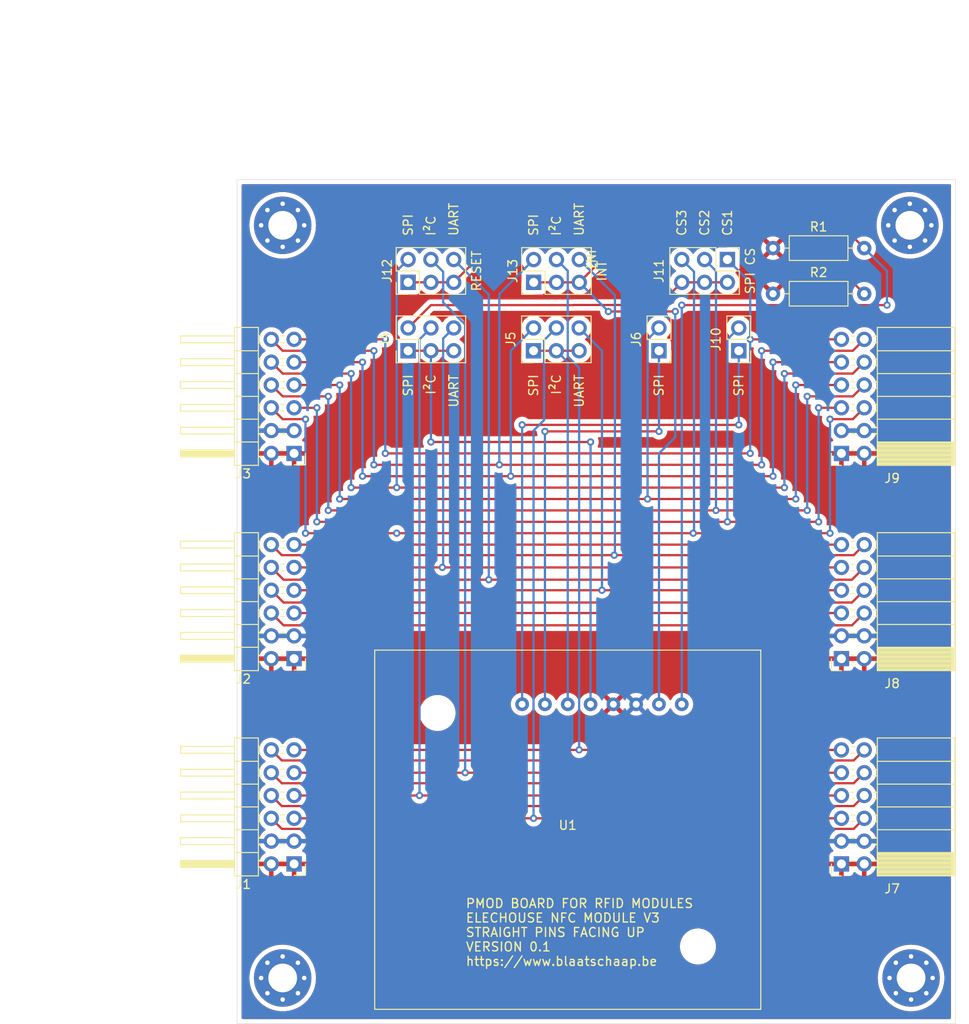
<source format=kicad_pcb>
(kicad_pcb (version 20211014) (generator pcbnew)
  (layers (0 "F.Cu" signal) (31 "B.Cu" signal) (34 "B.Paste" user "B.Plakken") (35 "F.Paste" user "F.Plakken") (36 "B.SilkS" user "B.Silkscreen") (37 "F.SilkS" user "F.Silkscreen") (38 "B.Mask" user) (39 "F.Mask" user "F. masker") (44 "Edge.Cuts" user))
  (net 0 "")
  (net 1 "GND")
  (net 2 "VCC")
  (net 3 "PMOD_UART_INT")
  (net 4 "PMOD_UART_CTS")
  (net 5 "PMOD_UART_TXD")
  (net 6 "PMOD_UART_GPIO3")
  (net 7 "PMOD_UART_RXD")
  (net 8 "PMOD_UART_GPIO4")
  (net 9 "PMOD_UART_RTS")
  (net 10 "PMOD_SPI_INT")
  (net 11 "PMOD_SPI_CS")
  (net 12 "PMOD_SPI_RESET")
  (net 13 "PMOD_SPI_MOSI")
  (net 14 "PMOD_SPI_CS2")
  (net 15 "PMOD_SPI_MISO")
  (net 16 "PMOD_SPI_CS3")
  (net 17 "PMOD_SPI_SCK")
  (net 18 "PMOD_I2C_GPIO1")
  (net 19 "PMOD_I2C_INT")
  (net 20 "PMOD_I2C_GPIO2")
  (net 21 "PMOD_I2C_RESET")
  (net 22 "PMOD_I2C_GPIO3")
  (net 23 "PMOD_I2C_SCL")
  (net 24 "PMOD_I2C_GPIO4")
  (net 25 "PMOD_I2C_SDA")
  (net 26 "CS")
  (net 27 "RESET")
  (net 28 "INT")
  (net 29 "CS_SCL_RX")
  (net 30 "MOSI_SDA_TX")
  (net 31 "MISO")
  (net 32 "SCK")
  (net 33 "PMOD_UART_RESET")
  (footprint "Connector_PinHeader_2.54mm:PinHeader_2x06_P2.54mm_Horizontal" (layer "F.Cu") (at 63.5 119.38 180)
    (fp_text reference "J1" (at 5.655 -2.27) (layer "F.SilkS"))
    (fp_text value "Conn_02x06_Odd_Even")
    (pad "1" thru_hole rect locked (at 0 0 180) (size 1.7 1.7) (drill 1) (layers *.Cu *.Mask) (net 2 "VCC"))
    (pad "2" thru_hole oval locked (at 2.54 0 180) (size 1.7 1.7) (drill 1) (layers *.Cu *.Mask) (net 2 "VCC"))
    (pad "3" thru_hole oval locked (at 0 2.54 180) (size 1.7 1.7) (drill 1) (layers *.Cu *.Mask) (net 1 "GND"))
    (pad "4" thru_hole oval locked (at 2.54 2.54 180) (size 1.7 1.7) (drill 1) (layers *.Cu *.Mask) (net 1 "GND"))
    (pad "5" thru_hole oval locked (at 0 5.08 180) (size 1.7 1.7) (drill 1) (layers *.Cu *.Mask) (net 25 "PMOD_I2C_SDA"))
    (pad "6" thru_hole oval locked (at 2.54 5.08 180) (size 1.7 1.7) (drill 1) (layers *.Cu *.Mask) (net 24 "PMOD_I2C_GPIO4"))
    (pad "7" thru_hole oval locked (at 0 7.62 180) (size 1.7 1.7) (drill 1) (layers *.Cu *.Mask) (net 23 "PMOD_I2C_SCL"))
    (pad "8" thru_hole oval locked (at 2.54 7.62 180) (size 1.7 1.7) (drill 1) (layers *.Cu *.Mask) (net 22 "PMOD_I2C_GPIO3"))
    (pad "9" thru_hole oval locked (at 0 10.16 180) (size 1.7 1.7) (drill 1) (layers *.Cu *.Mask) (net 21 "PMOD_I2C_RESET"))
    (pad "10" thru_hole oval locked (at 2.54 10.16 180) (size 1.7 1.7) (drill 1) (layers *.Cu *.Mask) (net 20 "PMOD_I2C_GPIO2"))
    (pad "11" thru_hole oval locked (at 0 12.7 180) (size 1.7 1.7) (drill 1) (layers *.Cu *.Mask) (net 19 "PMOD_I2C_INT"))
    (pad "12" thru_hole oval locked (at 2.54 12.7 180) (size 1.7 1.7) (drill 1) (layers *.Cu *.Mask) (net 18 "PMOD_I2C_GPIO1"))
  )
  (footprint "Connector_PinHeader_2.54mm:PinHeader_2x06_P2.54mm_Horizontal" (layer "F.Cu") (at 63.5 96.52 180)
    (fp_text reference "J2" (at 5.655 -2.27) (layer "F.SilkS"))
    (fp_text value "Conn_02x06_Odd_Even")
    (pad "1" thru_hole rect locked (at 0 0 180) (size 1.7 1.7) (drill 1) (layers *.Cu *.Mask) (net 2 "VCC"))
    (pad "2" thru_hole oval locked (at 2.54 0 180) (size 1.7 1.7) (drill 1) (layers *.Cu *.Mask) (net 2 "VCC"))
    (pad "3" thru_hole oval locked (at 0 2.54 180) (size 1.7 1.7) (drill 1) (layers *.Cu *.Mask) (net 1 "GND"))
    (pad "4" thru_hole oval locked (at 2.54 2.54 180) (size 1.7 1.7) (drill 1) (layers *.Cu *.Mask) (net 1 "GND"))
    (pad "5" thru_hole oval locked (at 0 5.08 180) (size 1.7 1.7) (drill 1) (layers *.Cu *.Mask) (net 9 "PMOD_UART_RTS"))
    (pad "6" thru_hole oval locked (at 2.54 5.08 180) (size 1.7 1.7) (drill 1) (layers *.Cu *.Mask) (net 8 "PMOD_UART_GPIO4"))
    (pad "7" thru_hole oval locked (at 0 7.62 180) (size 1.7 1.7) (drill 1) (layers *.Cu *.Mask) (net 7 "PMOD_UART_RXD"))
    (pad "8" thru_hole oval locked (at 2.54 7.62 180) (size 1.7 1.7) (drill 1) (layers *.Cu *.Mask) (net 6 "PMOD_UART_GPIO3"))
    (pad "9" thru_hole oval locked (at 0 10.16 180) (size 1.7 1.7) (drill 1) (layers *.Cu *.Mask) (net 5 "PMOD_UART_TXD"))
    (pad "10" thru_hole oval locked (at 2.54 10.16 180) (size 1.7 1.7) (drill 1) (layers *.Cu *.Mask) (net 33 "PMOD_UART_RESET"))
    (pad "11" thru_hole oval locked (at 0 12.7 180) (size 1.7 1.7) (drill 1) (layers *.Cu *.Mask) (net 4 "PMOD_UART_CTS"))
    (pad "12" thru_hole oval locked (at 2.54 12.7 180) (size 1.7 1.7) (drill 1) (layers *.Cu *.Mask) (net 3 "PMOD_UART_INT"))
  )
  (footprint "Connector_PinHeader_2.54mm:PinHeader_2x06_P2.54mm_Horizontal" (layer "F.Cu") (at 63.5 73.66 180)
    (fp_text reference "J3" (at 5.655 -2.27) (layer "F.SilkS"))
    (fp_text value "Conn_02x06_Odd_Even")
    (pad "1" thru_hole rect locked (at 0 0 180) (size 1.7 1.7) (drill 1) (layers *.Cu *.Mask) (net 2 "VCC"))
    (pad "2" thru_hole oval locked (at 2.54 0 180) (size 1.7 1.7) (drill 1) (layers *.Cu *.Mask) (net 2 "VCC"))
    (pad "3" thru_hole oval locked (at 0 2.54 180) (size 1.7 1.7) (drill 1) (layers *.Cu *.Mask) (net 1 "GND"))
    (pad "4" thru_hole oval locked (at 2.54 2.54 180) (size 1.7 1.7) (drill 1) (layers *.Cu *.Mask) (net 1 "GND"))
    (pad "5" thru_hole oval locked (at 0 5.08 180) (size 1.7 1.7) (drill 1) (layers *.Cu *.Mask) (net 17 "PMOD_SPI_SCK"))
    (pad "6" thru_hole oval locked (at 2.54 5.08 180) (size 1.7 1.7) (drill 1) (layers *.Cu *.Mask) (net 16 "PMOD_SPI_CS3"))
    (pad "7" thru_hole oval locked (at 0 7.62 180) (size 1.7 1.7) (drill 1) (layers *.Cu *.Mask) (net 15 "PMOD_SPI_MISO"))
    (pad "8" thru_hole oval locked (at 2.54 7.62 180) (size 1.7 1.7) (drill 1) (layers *.Cu *.Mask) (net 14 "PMOD_SPI_CS2"))
    (pad "9" thru_hole oval locked (at 0 10.16 180) (size 1.7 1.7) (drill 1) (layers *.Cu *.Mask) (net 13 "PMOD_SPI_MOSI"))
    (pad "10" thru_hole oval locked (at 2.54 10.16 180) (size 1.7 1.7) (drill 1) (layers *.Cu *.Mask) (net 12 "PMOD_SPI_RESET"))
    (pad "11" thru_hole oval locked (at 0 12.7 180) (size 1.7 1.7) (drill 1) (layers *.Cu *.Mask) (net 11 "PMOD_SPI_CS"))
    (pad "12" thru_hole oval locked (at 2.54 12.7 180) (size 1.7 1.7) (drill 1) (layers *.Cu *.Mask) (net 10 "PMOD_SPI_INT"))
  )
  (footprint "Connector_PinSocket_2.54mm:PinSocket_2x06_P2.54mm_Horizontal" (layer "F.Cu") (at 124.46 119.38 180)
    (fp_text reference "J7" (at -5.65 -2.77) (layer "F.SilkS"))
    (fp_text value "Conn_02x06_Odd_Even")
    (pad "1" thru_hole rect locked (at 0 0 180) (size 1.7 1.7) (drill 1) (layers *.Cu *.Mask) (net 2 "VCC"))
    (pad "2" thru_hole oval locked (at -2.54 0 180) (size 1.7 1.7) (drill 1) (layers *.Cu *.Mask) (net 2 "VCC"))
    (pad "3" thru_hole oval locked (at 0 2.54 180) (size 1.7 1.7) (drill 1) (layers *.Cu *.Mask) (net 1 "GND"))
    (pad "4" thru_hole oval locked (at -2.54 2.54 180) (size 1.7 1.7) (drill 1) (layers *.Cu *.Mask) (net 1 "GND"))
    (pad "5" thru_hole oval locked (at 0 5.08 180) (size 1.7 1.7) (drill 1) (layers *.Cu *.Mask) (net 25 "PMOD_I2C_SDA"))
    (pad "6" thru_hole oval locked (at -2.54 5.08 180) (size 1.7 1.7) (drill 1) (layers *.Cu *.Mask) (net 24 "PMOD_I2C_GPIO4"))
    (pad "7" thru_hole oval locked (at 0 7.62 180) (size 1.7 1.7) (drill 1) (layers *.Cu *.Mask) (net 23 "PMOD_I2C_SCL"))
    (pad "8" thru_hole oval locked (at -2.54 7.62 180) (size 1.7 1.7) (drill 1) (layers *.Cu *.Mask) (net 22 "PMOD_I2C_GPIO3"))
    (pad "9" thru_hole oval locked (at 0 10.16 180) (size 1.7 1.7) (drill 1) (layers *.Cu *.Mask) (net 21 "PMOD_I2C_RESET"))
    (pad "10" thru_hole oval locked (at -2.54 10.16 180) (size 1.7 1.7) (drill 1) (layers *.Cu *.Mask) (net 20 "PMOD_I2C_GPIO2"))
    (pad "11" thru_hole oval locked (at 0 12.7 180) (size 1.7 1.7) (drill 1) (layers *.Cu *.Mask) (net 19 "PMOD_I2C_INT"))
    (pad "12" thru_hole oval locked (at -2.54 12.7 180) (size 1.7 1.7) (drill 1) (layers *.Cu *.Mask) (net 18 "PMOD_I2C_GPIO1"))
  )
  (footprint "Connector_PinSocket_2.54mm:PinSocket_2x06_P2.54mm_Horizontal" (layer "F.Cu") (at 124.46 96.52 180)
    (fp_text reference "J8" (at -5.65 -2.77) (layer "F.SilkS"))
    (fp_text value "Conn_02x06_Odd_Even")
    (pad "1" thru_hole rect locked (at 0 0 180) (size 1.7 1.7) (drill 1) (layers *.Cu *.Mask) (net 2 "VCC"))
    (pad "2" thru_hole oval locked (at -2.54 0 180) (size 1.7 1.7) (drill 1) (layers *.Cu *.Mask) (net 2 "VCC"))
    (pad "3" thru_hole oval locked (at 0 2.54 180) (size 1.7 1.7) (drill 1) (layers *.Cu *.Mask) (net 1 "GND"))
    (pad "4" thru_hole oval locked (at -2.54 2.54 180) (size 1.7 1.7) (drill 1) (layers *.Cu *.Mask) (net 1 "GND"))
    (pad "5" thru_hole oval locked (at 0 5.08 180) (size 1.7 1.7) (drill 1) (layers *.Cu *.Mask) (net 9 "PMOD_UART_RTS"))
    (pad "6" thru_hole oval locked (at -2.54 5.08 180) (size 1.7 1.7) (drill 1) (layers *.Cu *.Mask) (net 8 "PMOD_UART_GPIO4"))
    (pad "7" thru_hole oval locked (at 0 7.62 180) (size 1.7 1.7) (drill 1) (layers *.Cu *.Mask) (net 7 "PMOD_UART_RXD"))
    (pad "8" thru_hole oval locked (at -2.54 7.62 180) (size 1.7 1.7) (drill 1) (layers *.Cu *.Mask) (net 6 "PMOD_UART_GPIO3"))
    (pad "9" thru_hole oval locked (at 0 10.16 180) (size 1.7 1.7) (drill 1) (layers *.Cu *.Mask) (net 5 "PMOD_UART_TXD"))
    (pad "10" thru_hole oval locked (at -2.54 10.16 180) (size 1.7 1.7) (drill 1) (layers *.Cu *.Mask) (net 33 "PMOD_UART_RESET"))
    (pad "11" thru_hole oval locked (at 0 12.7 180) (size 1.7 1.7) (drill 1) (layers *.Cu *.Mask) (net 4 "PMOD_UART_CTS"))
    (pad "12" thru_hole oval locked (at -2.54 12.7 180) (size 1.7 1.7) (drill 1) (layers *.Cu *.Mask) (net 3 "PMOD_UART_INT"))
  )
  (footprint "Connector_PinSocket_2.54mm:PinSocket_2x06_P2.54mm_Horizontal" (layer "F.Cu") (at 124.46 73.66 180)
    (fp_text reference "J9" (at -5.65 -2.77) (layer "F.SilkS"))
    (fp_text value "Conn_02x06_Odd_Even")
    (pad "1" thru_hole rect locked (at 0 0 180) (size 1.7 1.7) (drill 1) (layers *.Cu *.Mask) (net 2 "VCC"))
    (pad "2" thru_hole oval locked (at -2.54 0 180) (size 1.7 1.7) (drill 1) (layers *.Cu *.Mask) (net 2 "VCC"))
    (pad "3" thru_hole oval locked (at 0 2.54 180) (size 1.7 1.7) (drill 1) (layers *.Cu *.Mask) (net 1 "GND"))
    (pad "4" thru_hole oval locked (at -2.54 2.54 180) (size 1.7 1.7) (drill 1) (layers *.Cu *.Mask) (net 1 "GND"))
    (pad "5" thru_hole oval locked (at 0 5.08 180) (size 1.7 1.7) (drill 1) (layers *.Cu *.Mask) (net 17 "PMOD_SPI_SCK"))
    (pad "6" thru_hole oval locked (at -2.54 5.08 180) (size 1.7 1.7) (drill 1) (layers *.Cu *.Mask) (net 16 "PMOD_SPI_CS3"))
    (pad "7" thru_hole oval locked (at 0 7.62 180) (size 1.7 1.7) (drill 1) (layers *.Cu *.Mask) (net 15 "PMOD_SPI_MISO"))
    (pad "8" thru_hole oval locked (at -2.54 7.62 180) (size 1.7 1.7) (drill 1) (layers *.Cu *.Mask) (net 14 "PMOD_SPI_CS2"))
    (pad "9" thru_hole oval locked (at 0 10.16 180) (size 1.7 1.7) (drill 1) (layers *.Cu *.Mask) (net 13 "PMOD_SPI_MOSI"))
    (pad "10" thru_hole oval locked (at -2.54 10.16 180) (size 1.7 1.7) (drill 1) (layers *.Cu *.Mask) (net 12 "PMOD_SPI_RESET"))
    (pad "11" thru_hole oval locked (at 0 12.7 180) (size 1.7 1.7) (drill 1) (layers *.Cu *.Mask) (net 11 "PMOD_SPI_CS"))
    (pad "12" thru_hole oval locked (at -2.54 12.7 180) (size 1.7 1.7) (drill 1) (layers *.Cu *.Mask) (net 10 "PMOD_SPI_INT"))
  )
  (footprint "MountingHole:MountingHole_3.2mm_M3_Pad_Via" (layer "F.Cu") (at 62.23 48.26)
    (fp_text reference "H1" hide)
    (fp_text value "MountingHole")
    (pad "1" thru_hole circle locked (at 1.697056 1.697056) (size 0.8 0.8) (drill 0.5) (layers *.Cu *.Mask))
    (pad "1" thru_hole circle locked (at -1.697056 1.697056) (size 0.8 0.8) (drill 0.5) (layers *.Cu *.Mask))
    (pad "1" thru_hole circle locked (at -2.4 0) (size 0.8 0.8) (drill 0.5) (layers *.Cu *.Mask))
    (pad "1" thru_hole circle locked (at 0 -2.4) (size 0.8 0.8) (drill 0.5) (layers *.Cu *.Mask))
    (pad "1" thru_hole circle locked (at 0 2.4) (size 0.8 0.8) (drill 0.5) (layers *.Cu *.Mask))
    (pad "1" thru_hole circle locked (at 2.4 0) (size 0.8 0.8) (drill 0.5) (layers *.Cu *.Mask))
    (pad "1" thru_hole circle locked (at 0 0) (size 6.4 6.4) (drill 3.2) (layers *.Cu *.Mask))
    (pad "1" thru_hole circle locked (at 1.697056 -1.697056) (size 0.8 0.8) (drill 0.5) (layers *.Cu *.Mask))
    (pad "1" thru_hole circle locked (at -1.697056 -1.697056) (size 0.8 0.8) (drill 0.5) (layers *.Cu *.Mask))
  )
  (footprint "MountingHole:MountingHole_3.2mm_M3_Pad_Via" (layer "F.Cu") (at 62.23 132.08)
    (fp_text reference "H2" hide)
    (fp_text value "MountingHole")
    (pad "1" thru_hole circle locked (at 0 0) (size 6.4 6.4) (drill 3.2) (layers *.Cu *.Mask))
    (pad "1" thru_hole circle locked (at 0 -2.4) (size 0.8 0.8) (drill 0.5) (layers *.Cu *.Mask))
    (pad "1" thru_hole circle locked (at 2.4 0) (size 0.8 0.8) (drill 0.5) (layers *.Cu *.Mask))
    (pad "1" thru_hole circle locked (at 0 2.4) (size 0.8 0.8) (drill 0.5) (layers *.Cu *.Mask))
    (pad "1" thru_hole circle locked (at -1.697056 1.697056) (size 0.8 0.8) (drill 0.5) (layers *.Cu *.Mask))
    (pad "1" thru_hole circle locked (at 1.697056 1.697056) (size 0.8 0.8) (drill 0.5) (layers *.Cu *.Mask))
    (pad "1" thru_hole circle locked (at -2.4 0) (size 0.8 0.8) (drill 0.5) (layers *.Cu *.Mask))
    (pad "1" thru_hole circle locked (at -1.697056 -1.697056) (size 0.8 0.8) (drill 0.5) (layers *.Cu *.Mask))
    (pad "1" thru_hole circle locked (at 1.697056 -1.697056) (size 0.8 0.8) (drill 0.5) (layers *.Cu *.Mask))
  )
  (footprint "MountingHole:MountingHole_3.2mm_M3_Pad_Via" (layer "F.Cu") (at 132.08 48.26)
    (fp_text reference "H3" hide)
    (fp_text value "MountingHole")
    (pad "1" thru_hole circle locked (at -1.697056 1.697056) (size 0.8 0.8) (drill 0.5) (layers *.Cu *.Mask))
    (pad "1" thru_hole circle locked (at 0 2.4) (size 0.8 0.8) (drill 0.5) (layers *.Cu *.Mask))
    (pad "1" thru_hole circle locked (at -2.4 0) (size 0.8 0.8) (drill 0.5) (layers *.Cu *.Mask))
    (pad "1" thru_hole circle locked (at 2.4 0) (size 0.8 0.8) (drill 0.5) (layers *.Cu *.Mask))
    (pad "1" thru_hole circle locked (at 0 -2.4) (size 0.8 0.8) (drill 0.5) (layers *.Cu *.Mask))
    (pad "1" thru_hole circle locked (at 0 0) (size 6.4 6.4) (drill 3.2) (layers *.Cu *.Mask))
    (pad "1" thru_hole circle locked (at 1.697056 -1.697056) (size 0.8 0.8) (drill 0.5) (layers *.Cu *.Mask))
    (pad "1" thru_hole circle locked (at 1.697056 1.697056) (size 0.8 0.8) (drill 0.5) (layers *.Cu *.Mask))
    (pad "1" thru_hole circle locked (at -1.697056 -1.697056) (size 0.8 0.8) (drill 0.5) (layers *.Cu *.Mask))
  )
  (footprint "MountingHole:MountingHole_3.2mm_M3_Pad_Via" (layer "F.Cu") (at 132.22 132.08)
    (fp_text reference "H4" hide)
    (fp_text value "MountingHole")
    (pad "1" thru_hole circle locked (at 1.697056 -1.697056) (size 0.8 0.8) (drill 0.5) (layers *.Cu *.Mask))
    (pad "1" thru_hole circle locked (at -1.697056 1.697056) (size 0.8 0.8) (drill 0.5) (layers *.Cu *.Mask))
    (pad "1" thru_hole circle locked (at 0 2.4) (size 0.8 0.8) (drill 0.5) (layers *.Cu *.Mask))
    (pad "1" thru_hole circle locked (at 2.4 0) (size 0.8 0.8) (drill 0.5) (layers *.Cu *.Mask))
    (pad "1" thru_hole circle locked (at -2.4 0) (size 0.8 0.8) (drill 0.5) (layers *.Cu *.Mask))
    (pad "1" thru_hole circle locked (at 0 0) (size 6.4 6.4) (drill 3.2) (layers *.Cu *.Mask))
    (pad "1" thru_hole circle locked (at -1.697056 -1.697056) (size 0.8 0.8) (drill 0.5) (layers *.Cu *.Mask))
    (pad "1" thru_hole circle locked (at 1.697056 1.697056) (size 0.8 0.8) (drill 0.5) (layers *.Cu *.Mask))
    (pad "1" thru_hole circle locked (at 0 -2.4) (size 0.8 0.8) (drill 0.5) (layers *.Cu *.Mask))
  )
  (footprint "Resistor_THT:R_Axial_DIN0207_L6.3mm_D2.5mm_P10.16mm_Horizontal" (layer "F.Cu") (at 116.84 55.88)
    (fp_text reference "R2" (at 5.08 -2.37) (layer "F.SilkS"))
    (fp_text value "R_Small")
    (pad "1" thru_hole circle locked (at 0 0) (size 1.6 1.6) (drill 0.8) (layers *.Cu *.Mask) (net 2 "VCC"))
    (pad "2" thru_hole oval locked (at 10.16 0) (size 1.6 1.6) (drill 0.8) (layers *.Cu *.Mask) (net 28 "INT"))
  )
  (footprint "Resistor_THT:R_Axial_DIN0207_L6.3mm_D2.5mm_P10.16mm_Horizontal" (layer "F.Cu") (at 116.84 50.8)
    (fp_text reference "R1" (at 5.08 -2.37) (layer "F.SilkS"))
    (fp_text value "R_Small")
    (pad "1" thru_hole circle locked (at 0 0) (size 1.6 1.6) (drill 0.8) (layers *.Cu *.Mask) (net 2 "VCC"))
    (pad "2" thru_hole oval locked (at 10.16 0) (size 1.6 1.6) (drill 0.8) (layers *.Cu *.Mask) (net 27 "RESET"))
  )
  (footprint "AvS_Modules:MOD_ELECHOUSE_NFC_V3_STRAIGHT_UP" (layer "F.Cu") (at 93.98 115.57 180)
    (fp_text reference "U1" (at 0 0.5 180) (layer "F.SilkS"))
    (fp_text value "MOD_RFID-ELECHOUSE_PN532")
    (pad "" np_thru_hole circle (at -14.5 -13 180) (size 3 3) (drill 3) (layers *.Cu *.Mask))
    (pad "" np_thru_hole circle (at 14.5 13 180) (size 3 3) (drill 3) (layers *.Cu *.Mask))
    (pad "1" thru_hole circle (at 5.08 13.97 180) (size 1.524 1.524) (drill 0.762) (layers *.Cu *.Mask) (net 32 "SCK"))
    (pad "2" thru_hole circle (at 2.54 13.97 180) (size 1.524 1.524) (drill 0.762) (layers *.Cu *.Mask) (net 31 "MISO"))
    (pad "3" thru_hole circle (at 0 13.97 180) (size 1.524 1.524) (drill 0.762) (layers *.Cu *.Mask) (net 30 "MOSI_SDA_TX"))
    (pad "4" thru_hole circle (at -2.54 13.97 180) (size 1.524 1.524) (drill 0.762) (layers *.Cu *.Mask) (net 29 "CS_SCL_RX"))
    (pad "5" thru_hole circle (at -5.08 13.97 180) (size 1.524 1.524) (drill 0.762) (layers *.Cu *.Mask) (net 2 "VCC"))
    (pad "6" thru_hole circle (at -7.62 13.97 180) (size 1.524 1.524) (drill 0.762) (layers *.Cu *.Mask) (net 1 "GND"))
    (pad "7" thru_hole circle (at -10.16 13.97 180) (size 1.524 1.524) (drill 0.762) (layers *.Cu *.Mask) (net 28 "INT"))
    (pad "8" thru_hole circle (at -12.7 13.97 180) (size 1.524 1.524) (drill 0.762) (layers *.Cu *.Mask) (net 27 "RESET"))
  )
  (footprint "Connector_PinHeader_2.54mm:PinHeader_2x03_P2.54mm_Vertical" (layer "F.Cu") (at 90.17 62.23 90)
    (fp_text reference "J5" (at 1.27 -2.54 90) (layer "F.SilkS"))
    (fp_text value "Conn_02x03_Odd_Even")
    (pad "1" thru_hole rect locked (at 0 0 90) (size 1.7 1.7) (drill 1) (layers *.Cu *.Mask) (net 30 "MOSI_SDA_TX"))
    (pad "2" thru_hole oval locked (at 2.54 0 90) (size 1.7 1.7) (drill 1) (layers *.Cu *.Mask) (net 13 "PMOD_SPI_MOSI"))
    (pad "3" thru_hole oval locked (at 0 2.54 90) (size 1.7 1.7) (drill 1) (layers *.Cu *.Mask) (net 30 "MOSI_SDA_TX"))
    (pad "4" thru_hole oval locked (at 2.54 2.54 90) (size 1.7 1.7) (drill 1) (layers *.Cu *.Mask) (net 25 "PMOD_I2C_SDA"))
    (pad "5" thru_hole oval locked (at 0 5.08 90) (size 1.7 1.7) (drill 1) (layers *.Cu *.Mask) (net 30 "MOSI_SDA_TX"))
    (pad "6" thru_hole oval locked (at 2.54 5.08 90) (size 1.7 1.7) (drill 1) (layers *.Cu *.Mask) (net 7 "PMOD_UART_RXD"))
  )
  (footprint "Connector_PinHeader_2.54mm:PinHeader_1x02_P2.54mm_Vertical" (layer "F.Cu") (at 104.14 62.23 180)
    (fp_text reference "J6" (at 2.54 1.27 90) (layer "F.SilkS"))
    (fp_text value "Conn_02x01")
    (pad "1" thru_hole rect locked (at 0 0 180) (size 1.7 1.7) (drill 1) (layers *.Cu *.Mask) (net 31 "MISO"))
    (pad "2" thru_hole oval locked (at 0 2.54 180) (size 1.7 1.7) (drill 1) (layers *.Cu *.Mask) (net 15 "PMOD_SPI_MISO"))
  )
  (footprint "Connector_PinHeader_2.54mm:PinHeader_1x02_P2.54mm_Vertical" (layer "F.Cu") (at 113.03 62.23 180)
    (fp_text reference "J10" (at 2.54 1.27 90) (layer "F.SilkS"))
    (fp_text value "Conn_02x01")
    (pad "1" thru_hole rect locked (at 0 0 180) (size 1.7 1.7) (drill 1) (layers *.Cu *.Mask) (net 32 "SCK"))
    (pad "2" thru_hole oval locked (at 0 2.54 180) (size 1.7 1.7) (drill 1) (layers *.Cu *.Mask) (net 17 "PMOD_SPI_SCK"))
  )
  (footprint "Connector_PinHeader_2.54mm:PinHeader_2x03_P2.54mm_Vertical" (layer "F.Cu") (at 111.76 52.07 -90)
    (fp_text reference "J11" (at 1.27 7.62 90) (layer "F.SilkS"))
    (fp_text value "Conn_02x03_Odd_Even")
    (pad "1" thru_hole rect locked (at 0 0 270) (size 1.7 1.7) (drill 1) (layers *.Cu *.Mask) (net 11 "PMOD_SPI_CS"))
    (pad "2" thru_hole oval locked (at 2.54 0 270) (size 1.7 1.7) (drill 1) (layers *.Cu *.Mask) (net 26 "CS"))
    (pad "3" thru_hole oval locked (at 0 2.54 270) (size 1.7 1.7) (drill 1) (layers *.Cu *.Mask) (net 14 "PMOD_SPI_CS2"))
    (pad "4" thru_hole oval locked (at 2.54 2.54 270) (size 1.7 1.7) (drill 1) (layers *.Cu *.Mask) (net 26 "CS"))
    (pad "5" thru_hole oval locked (at 0 5.08 270) (size 1.7 1.7) (drill 1) (layers *.Cu *.Mask) (net 16 "PMOD_SPI_CS3"))
    (pad "6" thru_hole oval locked (at 2.54 5.08 270) (size 1.7 1.7) (drill 1) (layers *.Cu *.Mask) (net 26 "CS"))
  )
  (footprint "Connector_PinHeader_2.54mm:PinHeader_2x03_P2.54mm_Vertical" (layer "F.Cu") (at 76.2 62.23 90)
    (fp_text reference "J4" (at 1.27 -2.54 90) (layer "F.SilkS"))
    (fp_text value "Conn_02x03_Odd_Even")
    (pad "1" thru_hole rect locked (at 0 0 90) (size 1.7 1.7) (drill 1) (layers *.Cu *.Mask) (net 29 "CS_SCL_RX"))
    (pad "2" thru_hole oval locked (at 2.54 0 90) (size 1.7 1.7) (drill 1) (layers *.Cu *.Mask) (net 26 "CS"))
    (pad "3" thru_hole oval locked (at 0 2.54 90) (size 1.7 1.7) (drill 1) (layers *.Cu *.Mask) (net 29 "CS_SCL_RX"))
    (pad "4" thru_hole oval locked (at 2.54 2.54 90) (size 1.7 1.7) (drill 1) (layers *.Cu *.Mask) (net 23 "PMOD_I2C_SCL"))
    (pad "5" thru_hole oval locked (at 0 5.08 90) (size 1.7 1.7) (drill 1) (layers *.Cu *.Mask) (net 29 "CS_SCL_RX"))
    (pad "6" thru_hole oval locked (at 2.54 5.08 90) (size 1.7 1.7) (drill 1) (layers *.Cu *.Mask) (net 5 "PMOD_UART_TXD"))
  )
  (footprint "Connector_PinHeader_2.54mm:PinHeader_2x03_P2.54mm_Vertical" (layer "F.Cu") (at 76.2 54.61 90)
    (fp_text reference "J12" (at 1.27 -2.33 90) (layer "F.SilkS"))
    (fp_text value "Conn_02x03_Odd_Even")
    (pad "1" thru_hole rect (at 0 0 90) (size 1.7 1.7) (drill 1) (layers *.Cu *.Mask) (net 27 "RESET"))
    (pad "2" thru_hole oval (at 2.54 0 90) (size 1.7 1.7) (drill 1) (layers *.Cu *.Mask) (net 12 "PMOD_SPI_RESET"))
    (pad "3" thru_hole oval (at 0 2.54 90) (size 1.7 1.7) (drill 1) (layers *.Cu *.Mask) (net 27 "RESET"))
    (pad "4" thru_hole oval (at 2.54 2.54 90) (size 1.7 1.7) (drill 1) (layers *.Cu *.Mask) (net 21 "PMOD_I2C_RESET"))
    (pad "5" thru_hole oval (at 0 5.08 90) (size 1.7 1.7) (drill 1) (layers *.Cu *.Mask) (net 27 "RESET"))
    (pad "6" thru_hole oval (at 2.54 5.08 90) (size 1.7 1.7) (drill 1) (layers *.Cu *.Mask) (net 33 "PMOD_UART_RESET"))
  )
  (footprint "Connector_PinHeader_2.54mm:PinHeader_2x03_P2.54mm_Vertical" (layer "F.Cu") (at 90.185 54.615 90)
    (fp_text reference "J13" (at 1.27 -2.33 90) (layer "F.SilkS"))
    (fp_text value "Conn_02x03_Odd_Even")
    (pad "1" thru_hole rect (at 0 0 90) (size 1.7 1.7) (drill 1) (layers *.Cu *.Mask) (net 28 "INT"))
    (pad "2" thru_hole oval (at 2.54 0 90) (size 1.7 1.7) (drill 1) (layers *.Cu *.Mask) (net 10 "PMOD_SPI_INT"))
    (pad "3" thru_hole oval (at 0 2.54 90) (size 1.7 1.7) (drill 1) (layers *.Cu *.Mask) (net 28 "INT"))
    (pad "4" thru_hole oval (at 2.54 2.54 90) (size 1.7 1.7) (drill 1) (layers *.Cu *.Mask) (net 19 "PMOD_I2C_INT"))
    (pad "5" thru_hole oval (at 0 5.08 90) (size 1.7 1.7) (drill 1) (layers *.Cu *.Mask) (net 28 "INT"))
    (pad "6" thru_hole oval (at 2.54 5.08 90) (size 1.7 1.7) (drill 1) (layers *.Cu *.Mask) (net 3 "PMOD_UART_INT"))
  )
  (gr_line (start 137.16 137.16) (end 57.15 137.16) (layer "Edge.Cuts") (width 0.05))
  (gr_line (start 57.15 43.18) (end 137.16 43.18) (layer "Edge.Cuts") (width 0.05))
  (gr_line (start 137.16 43.18) (end 137.16 137.16) (layer "Edge.Cuts") (width 0.05))
  (gr_line (start 57.15 43.18) (end 57.15 137.16) (layer "Edge.Cuts") (width 0.05))
  (gr_text "I²C" (at 78.74 49.53 90) (layer "F.SilkS") (effects (font (size 1 1)) (justify left)))
  (gr_text "UART" (at 81.28 49.53 90) (layer "F.SilkS") (effects (font (size 1 1)) (justify left)))
  (gr_text "SPI" (at 113.03 64.77 90) (layer "F.SilkS") (effects (font (size 1 1)) (justify right)))
  (gr_text "UART" (at 81.28 64.77 90) (layer "F.SilkS") (effects (font (size 1 1)) (justify right)))
  (gr_text "SPI" (at 90.17 64.77 90) (layer "F.SilkS") (effects (font (size 1 1)) (justify right)))
  (gr_text "RESET" (at 83.82 53.34 90) (layer "F.SilkS") (effects (font (size 1 1))))
  (gr_text "SPI CS" (at 114.3 53.34 90) (layer "F.SilkS") (effects (font (size 1 1))))
  (gr_text "I²C" (at 78.74 64.77 90) (layer "F.SilkS") (effects (font (size 1 1)) (justify right)))
  (gr_text "I²C" (at 92.71 64.77 90) (layer "F.SilkS") (effects (font (size 1 1)) (justify right)))
  (gr_text "UART" (at 95.25 49.53 90) (layer "F.SilkS") (effects (font (size 1 1)) (justify left)))
  (gr_text "SPI" (at 90.17 49.53 90) (layer "F.SilkS") (effects (font (size 1 1)) (justify left)))
  (gr_text "PMOD BOARD FOR RFID MODULES\nELECHOUSE NFC MODULE V3\nSTRAIGHT PINS FACING UP\nVERSION 0.1\nhttps://www.blaatschaap.be" (at 82.55 127) (layer "F.SilkS") (effects (font (size 1 1)) (justify left)))
  (gr_text "SPI" (at 76.2 64.77 90) (layer "F.SilkS") (effects (font (size 1 1)) (justify right)))
  (gr_text "CS2" (at 109.22 49.53 90) (layer "F.SilkS") (effects (font (size 1 1)) (justify left)))
  (gr_text "I²C" (at 92.71 49.53 90) (layer "F.SilkS") (effects (font (size 1 1)) (justify left)))
  (gr_text "INT" (at 97.79 53.34 90) (layer "F.SilkS") (effects (font (size 1 1))))
  (gr_text "SPI" (at 76.2 49.53 90) (layer "F.SilkS") (effects (font (size 1 1)) (justify left)))
  (gr_text "SPI" (at 104.14 64.77 90) (layer "F.SilkS") (effects (font (size 1 1)) (justify right)))
  (gr_text "CS3" (at 106.68 49.53 90) (layer "F.SilkS") (effects (font (size 1 1)) (justify left)))
  (gr_text "UART" (at 95.25 64.77 90) (layer "F.SilkS") (effects (font (size 1 1)) (justify right)))
  (gr_text "CS1" (at 111.76 49.53 90) (layer "F.SilkS") (effects (font (size 1 1)) (justify left)))
  (gr_text "INT" (at 96.52 53.34 -90) (layer "F.SilkS") (effects (font (size 1 1)) (justify right)))
  (segment (start 125.825489 84.994511) (end 127 83.82) (width 0.25) (layer "F.Cu") (net 3))
  (segment (start 60.96 83.82) (end 62.134511 84.994511) (width 0.25) (layer "F.Cu") (net 3))
  (segment (start 62.134511 84.994511) (end 99.155489 84.994511) (width 0.25) (layer "F.Cu") (net 3))
  (segment (start 99.155489 84.994511) (end 125.825489 84.994511) (width 0.25) (layer "F.Cu") (net 3))
  (via (at 99.155489 84.994511) (size 0.8) (drill 0.4) (layers "F.Cu" "B.Cu") (net 3))
  (segment (start 95.265 52.075) (end 99.231266 56.041266) (width 0.25) (layer "B.Cu") (net 3))
  (segment (start 99.231266 56.041266) (end 99.231266 84.918734) (width 0.25) (layer "B.Cu") (net 3))
  (segment (start 99.231266 84.918734) (end 99.155489 84.994511) (width 0.25) (layer "B.Cu") (net 3))
  (segment (start 63.5 83.82) (end 124.46 83.82) (width 0.25) (layer "F.Cu") (net 4))
  (segment (start 124.46 86.36) (end 80.01 86.36) (width 0.25) (layer "F.Cu") (net 5))
  (segment (start 80.01 86.36) (end 63.5 86.36) (width 0.25) (layer "F.Cu") (net 5))
  (via (at 80.01 86.36) (size 0.8) (drill 0.4) (layers "F.Cu" "B.Cu") (net 5))
  (segment (start 80.105489 60.864511) (end 80.105489 86.264511) (width 0.25) (layer "B.Cu") (net 5))
  (segment (start 80.105489 86.264511) (end 80.01 86.36) (width 0.25) (layer "B.Cu") (net 5))
  (segment (start 81.28 59.69) (end 80.105489 60.864511) (width 0.25) (layer "B.Cu") (net 5))
  (segment (start 62.325489 90.265489) (end 125.634511 90.265489) (width 0.25) (layer "F.Cu") (net 6))
  (segment (start 125.634511 90.265489) (end 127 88.9) (width 0.25) (layer "F.Cu") (net 6))
  (segment (start 60.96 88.9) (end 62.325489 90.265489) (width 0.25) (layer "F.Cu") (net 6))
  (segment (start 124.46 88.9) (end 63.5 88.9) (width 0.25) (layer "F.Cu") (net 7))
  (via (at 97.79 88.9) (size 0.8) (drill 0.4) (layers "F.Cu" "B.Cu") (net 7))
  (segment (start 95.25 59.69) (end 97.79 62.23) (width 0.25) (layer "B.Cu") (net 7))
  (segment (start 97.79 62.23) (end 97.79 88.9) (width 0.25) (layer "B.Cu") (net 7))
  (segment (start 125.634511 92.805489) (end 127 91.44) (width 0.25) (layer "F.Cu") (net 8))
  (segment (start 60.96 91.44) (end 62.325489 92.805489) (width 0.25) (layer "F.Cu") (net 8))
  (segment (start 62.325489 92.805489) (end 125.634511 92.805489) (width 0.25) (layer "F.Cu") (net 8))
  (segment (start 124.46 91.44) (end 63.5 91.44) (width 0.25) (layer "F.Cu") (net 9))
  (segment (start 72.39 74.93) (end 86.36 74.93) (width 0.25) (layer "F.Cu") (net 10))
  (segment (start 86.36 74.93) (end 115.57 74.93) (width 0.25) (layer "F.Cu") (net 10))
  (segment (start 60.96 60.96) (end 62.23 62.23) (width 0.25) (layer "F.Cu") (net 10))
  (segment (start 62.23 62.23) (end 72.39 62.23) (width 0.25) (layer "F.Cu") (net 10))
  (segment (start 125.73 62.23) (end 115.57 62.23) (width 0.25) (layer "F.Cu") (net 10))
  (segment (start 127 60.96) (end 125.73 62.23) (width 0.25) (layer "F.Cu") (net 10))
  (via (at 72.39 74.93) (size 0.8) (drill 0.4) (layers "F.Cu" "B.Cu") (net 10))
  (via (at 72.39 62.23) (size 0.8) (drill 0.4) (layers "F.Cu" "B.Cu") (net 10))
  (via (at 86.36 74.93) (size 0.8) (drill 0.4) (layers "F.Cu" "B.Cu") (net 10))
  (via (at 115.57 74.93) (size 0.8) (drill 0.4) (layers "F.Cu" "B.Cu") (net 10))
  (via (at 115.57 62.23) (size 0.8) (drill 0.4) (layers "F.Cu" "B.Cu") (net 10))
  (segment (start 115.57 62.23) (end 115.57 74.93) (width 0.25) (layer "B.Cu") (net 10))
  (segment (start 90.185 52.075) (end 86.36 55.9) (width 0.25) (layer "B.Cu") (net 10))
  (segment (start 72.39 62.23) (end 72.39 74.93) (width 0.25) (layer "B.Cu") (net 10))
  (segment (start 86.36 55.9) (end 86.36 74.93) (width 0.25) (layer "B.Cu") (net 10))
  (segment (start 114.3 73.66) (end 82.55 73.66) (width 0.25) (layer "F.Cu") (net 11))
  (segment (start 114.307824 60.96) (end 114.303912 60.956088) (width 0.25) (layer "F.Cu") (net 11))
  (segment (start 82.55 73.66) (end 73.66 73.66) (width 0.25) (layer "F.Cu") (net 11))
  (segment (start 124.46 60.96) (end 114.307824 60.96) (width 0.25) (layer "F.Cu") (net 11))
  (segment (start 63.5 60.96) (end 73.66 60.96) (width 0.25) (layer "F.Cu") (net 11))
  (via (at 114.3 73.66) (size 0.8) (drill 0.4) (layers "F.Cu" "B.Cu") (net 11))
  (via (at 73.66 73.66) (size 0.8) (drill 0.4) (layers "F.Cu" "B.Cu") (net 11))
  (via (at 114.303912 60.956088) (size 0.8) (drill 0.4) (layers "F.Cu" "B.Cu") (net 11))
  (via (at 73.66 60.96) (size 0.8) (drill 0.4) (layers "F.Cu" "B.Cu") (net 11))
  (segment (start 111.76 52.07) (end 114.303912 54.613912) (width 0.25) (layer "B.Cu") (net 11))
  (segment (start 114.303912 54.613912) (end 114.303912 60.956088) (width 0.25) (layer "B.Cu") (net 11))
  (segment (start 73.66 73.66) (end 73.66 60.96) (width 0.25) (layer "B.Cu") (net 11))
  (segment (start 114.303912 60.956088) (end 114.3 60.96) (width 0.25) (layer "B.Cu") (net 11))
  (segment (start 114.3 60.96) (end 114.3 73.66) (width 0.25) (layer "B.Cu") (net 11))
  (segment (start 69.85 77.47) (end 74.93 77.47) (width 0.25) (layer "F.Cu") (net 12))
  (segment (start 125.73 64.77) (end 127 63.5) (width 0.25) (layer "F.Cu") (net 12))
  (segment (start 118.11 64.77) (end 125.73 64.77) (width 0.25) (layer "F.Cu") (net 12))
  (segment (start 62.23 64.77) (end 69.85 64.77) (width 0.25) (layer "F.Cu") (net 12))
  (segment (start 60.96 63.5) (end 62.23 64.77) (width 0.25) (layer "F.Cu") (net 12))
  (segment (start 74.93 77.47) (end 118.11 77.47) (width 0.25) (layer "F.Cu") (net 12))
  (via (at 69.85 64.77) (size 0.8) (drill 0.4) (layers "F.Cu" "B.Cu") (net 12))
  (via (at 118.11 64.77) (size 0.8) (drill 0.4) (layers "F.Cu" "B.Cu") (net 12))
  (via (at 74.93 77.47) (size 0.8) (drill 0.4) (layers "F.Cu" "B.Cu") (net 12))
  (via (at 118.11 77.47) (size 0.8) (drill 0.4) (layers "F.Cu" "B.Cu") (net 12))
  (via (at 69.85 77.47) (size 0.8) (drill 0.4) (layers "F.Cu" "B.Cu") (net 12))
  (segment (start 69.85 64.77) (end 69.85 77.47) (width 0.25) (layer "B.Cu") (net 12))
  (segment (start 118.11 77.47) (end 118.11 64.77) (width 0.25) (layer "B.Cu") (net 12))
  (segment (start 76.2 52.07) (end 74.93 53.34) (width 0.25) (layer "B.Cu") (net 12))
  (segment (start 74.93 53.34) (end 74.93 77.47) (width 0.25) (layer "B.Cu") (net 12))
  (segment (start 124.46 63.5) (end 116.84 63.5) (width 0.25) (layer "F.Cu") (net 13))
  (segment (start 63.5 63.5) (end 71.12 63.5) (width 0.25) (layer "F.Cu") (net 13))
  (segment (start 116.84 76.2) (end 71.12 76.2) (width 0.25) (layer "F.Cu") (net 13))
  (via (at 116.84 76.2) (size 0.8) (drill 0.4) (layers "F.Cu" "B.Cu") (net 13))
  (via (at 71.12 76.2) (size 0.8) (drill 0.4) (layers "F.Cu" "B.Cu") (net 13))
  (via (at 87.63 76.2) (size 0.8) (drill 0.4) (layers "F.Cu" "B.Cu") (net 13))
  (via (at 71.12 63.5) (size 0.8) (drill 0.4) (layers "F.Cu" "B.Cu") (net 13))
  (via (at 116.84 63.5) (size 0.8) (drill 0.4) (layers "F.Cu" "B.Cu") (net 13))
  (segment (start 90.17 59.69) (end 87.63 62.23) (width 0.25) (layer "B.Cu") (net 13))
  (segment (start 71.12 76.2) (end 71.12 63.5) (width 0.25) (layer "B.Cu") (net 13))
  (segment (start 116.84 63.5) (end 116.84 76.2) (width 0.25) (layer "B.Cu") (net 13))
  (segment (start 87.63 62.23) (end 87.63 76.2) (width 0.25) (layer "B.Cu") (net 13))
  (segment (start 125.73 67.31) (end 127 66.04) (width 0.25) (layer "F.Cu") (net 14))
  (segment (start 110.49 80.01) (end 120.65 80.01) (width 0.25) (layer "F.Cu") (net 14))
  (segment (start 60.96 66.04) (end 62.23 67.31) (width 0.25) (layer "F.Cu") (net 14))
  (segment (start 62.23 67.31) (end 67.31 67.31) (width 0.25) (layer "F.Cu") (net 14))
  (segment (start 67.31 80.01) (end 83.82 80.01) (width 0.25) (layer "F.Cu") (net 14))
  (segment (start 120.65 67.31) (end 125.73 67.31) (width 0.25) (layer "F.Cu") (net 14))
  (segment (start 83.82 80.01) (end 110.49 80.01) (width 0.25) (layer "F.Cu") (net 14))
  (via (at 120.65 67.31) (size 0.8) (drill 0.4) (layers "F.Cu" "B.Cu") (net 14))
  (via (at 67.31 67.31) (size 0.8) (drill 0.4) (layers "F.Cu" "B.Cu") (net 14))
  (via (at 67.31 80.01) (size 0.8) (drill 0.4) (layers "F.Cu" "B.Cu") (net 14))
  (via (at 110.49 80.01) (size 0.8) (drill 0.4) (layers "F.Cu" "B.Cu") (net 14))
  (via (at 120.65 80.01) (size 0.8) (drill 0.4) (layers "F.Cu" "B.Cu") (net 14))
  (segment (start 120.65 80.01) (end 120.65 67.31) (width 0.25) (layer "B.Cu") (net 14))
  (segment (start 109.22 52.07) (end 110.49 53.34) (width 0.25) (layer "B.Cu") (net 14))
  (segment (start 67.31 67.31) (end 67.31 80.01) (width 0.25) (layer "B.Cu") (net 14))
  (segment (start 110.49 53.34) (end 110.49 80.01) (width 0.25) (layer "B.Cu") (net 14))
  (segment (start 119.38 78.74) (end 68.58 78.74) (width 0.25) (layer "F.Cu") (net 15))
  (segment (start 63.5 66.04) (end 68.58 66.04) (width 0.25) (layer "F.Cu") (net 15))
  (segment (start 124.46 66.04) (end 119.38 66.04) (width 0.25) (layer "F.Cu") (net 15))
  (via (at 102.87 78.74) (size 0.8) (drill 0.4) (layers "F.Cu" "B.Cu") (net 15))
  (via (at 119.38 66.04) (size 0.8) (drill 0.4) (layers "F.Cu" "B.Cu") (net 15))
  (via (at 68.58 66.04) (size 0.8) (drill 0.4) (layers "F.Cu" "B.Cu") (net 15))
  (via (at 119.38 78.74) (size 0.8) (drill 0.4) (layers "F.Cu" "B.Cu") (net 15))
  (via (at 68.58 78.74) (size 0.8) (drill 0.4) (layers "F.Cu" "B.Cu") (net 15))
  (segment (start 102.87 60.96) (end 102.87 78.74) (width 0.25) (layer "B.Cu") (net 15))
  (segment (start 104.14 59.69) (end 102.87 60.96) (width 0.25) (layer "B.Cu") (net 15))
  (segment (start 119.38 66.04) (end 119.38 78.74) (width 0.25) (layer "B.Cu") (net 15))
  (segment (start 68.58 78.74) (end 68.58 66.04) (width 0.25) (layer "B.Cu") (net 15))
  (segment (start 123.19 69.85) (end 125.73 69.85) (width 0.25) (layer "F.Cu") (net 16))
  (segment (start 107.95 82.55) (end 123.19 82.55) (width 0.25) (layer "F.Cu") (net 16))
  (segment (start 125.73 69.85) (end 127 68.58) (width 0.25) (layer "F.Cu") (net 16))
  (segment (start 62.23 69.85) (end 64.77 69.85) (width 0.25) (layer "F.Cu") (net 16))
  (segment (start 60.96 68.58) (end 62.23 69.85) (width 0.25) (layer "F.Cu") (net 16))
  (segment (start 74.93 82.55) (end 107.95 82.55) (width 0.25) (layer "F.Cu") (net 16))
  (segment (start 64.77 82.55) (end 74.93 82.55) (width 0.25) (layer "F.Cu") (net 16))
  (via (at 123.19 82.55) (size 0.8) (drill 0.4) (layers "F.Cu" "B.Cu") (net 16))
  (via (at 107.95 82.55) (size 0.8) (drill 0.4) (layers "F.Cu" "B.Cu") (net 16))
  (via (at 64.77 82.55) (size 0.8) (drill 0.4) (layers "F.Cu" "B.Cu") (net 16))
  (via (at 64.77 69.85) (size 0.8) (drill 0.4) (layers "F.Cu" "B.Cu") (net 16))
  (via (at 74.93 82.55) (size 0.8) (drill 0.4) (layers "F.Cu" "B.Cu") (net 16))
  (via (at 123.19 69.85) (size 0.8) (drill 0.4) (layers "F.Cu" "B.Cu") (net 16))
  (segment (start 108.045489 53.435489) (end 108.045489 82.454511) (width 0.25) (layer "B.Cu") (net 16))
  (segment (start 106.68 52.07) (end 108.045489 53.435489) (width 0.25) (layer "B.Cu") (net 16))
  (segment (start 64.77 69.85) (end 64.77 82.55) (width 0.25) (layer "B.Cu") (net 16))
  (segment (start 123.19 82.55) (end 123.19 69.85) (width 0.25) (layer "B.Cu") (net 16))
  (segment (start 108.045489 82.454511) (end 107.95 82.55) (width 0.25) (layer "B.Cu") (net 16))
  (segment (start 121.92 81.28) (end 111.76 81.28) (width 0.25) (layer "F.Cu") (net 17))
  (segment (start 111.76 81.28) (end 66.04 81.28) (width 0.25) (layer "F.Cu") (net 17))
  (segment (start 124.46 68.58) (end 121.92 68.58) (width 0.25) (layer "F.Cu") (net 17))
  (segment (start 63.5 68.58) (end 66.04 68.58) (width 0.25) (layer "F.Cu") (net 17))
  (via (at 121.92 68.58) (size 0.8) (drill 0.4) (layers "F.Cu" "B.Cu") (net 17))
  (via (at 66.04 81.28) (size 0.8) (drill 0.4) (layers "F.Cu" "B.Cu") (net 17))
  (via (at 121.92 81.28) (size 0.8) (drill 0.4) (layers "F.Cu" "B.Cu") (net 17))
  (via (at 66.04 68.58) (size 0.8) (drill 0.4) (layers "F.Cu" "B.Cu") (net 17))
  (via (at 111.76 81.28) (size 0.8) (drill 0.4) (layers "F.Cu" "B.Cu") (net 17))
  (segment (start 66.04 81.28) (end 66.04 68.58) (width 0.25) (layer "B.Cu") (net 17))
  (segment (start 121.92 68.58) (end 121.92 81.28) (width 0.25) (layer "B.Cu") (net 17))
  (segment (start 113.03 59.69) (end 111.76 60.96) (width 0.25) (layer "B.Cu") (net 17))
  (segment (start 111.76 60.96) (end 111.76 81.28) (width 0.25) (layer "B.Cu") (net 17))
  (segment (start 125.825489 107.854511) (end 127 106.68) (width 0.25) (layer "F.Cu") (net 18))
  (segment (start 60.96 106.68) (end 62.134511 107.854511) (width 0.25) (layer "F.Cu") (net 18))
  (segment (start 62.134511 107.854511) (end 125.825489 107.854511) (width 0.25) (layer "F.Cu") (net 18))
  (segment (start 95.25 106.68) (end 124.46 106.68) (width 0.25) (layer "F.Cu") (net 19))
  (segment (start 63.5 106.68) (end 95.25 106.68) (width 0.25) (layer "F.Cu") (net 19))
  (via (at 95.25 106.68) (size 0.8) (drill 0.4) (layers "F.Cu" "B.Cu") (net 19))
  (segment (start 95.25 64.134282) (end 95.25 106.68) (width 0.25) (layer "B.Cu") (net 19))
  (segment (start 92.725 52.075) (end 93.98 53.33) (width 0.25) (layer "B.Cu") (net 19))
  (segment (start 93.98 53.33) (end 93.98 62.864282) (width 0.25) (layer "B.Cu") (net 19))
  (segment (start 93.98 62.864282) (end 95.25 64.134282) (width 0.25) (layer "B.Cu") (net 19))
  (segment (start 125.825489 110.394511) (end 127 109.22) (width 0.25) (layer "F.Cu") (net 20))
  (segment (start 62.134511 110.394511) (end 125.825489 110.394511) (width 0.25) (layer "F.Cu") (net 20))
  (segment (start 60.96 109.22) (end 62.134511 110.394511) (width 0.25) (layer "F.Cu") (net 20))
  (segment (start 124.46 109.22) (end 82.55 109.22) (width 0.25) (layer "F.Cu") (net 21))
  (segment (start 82.55 109.22) (end 63.5 109.22) (width 0.25) (layer "F.Cu") (net 21))
  (via (at 82.55 109.22) (size 0.8) (drill 0.4) (layers "F.Cu" "B.Cu") (net 21))
  (segment (start 80.105489 56.854479) (end 82.55 59.29899) (width 0.25) (layer "B.Cu") (net 21))
  (segment (start 78.74 52.07) (end 80.105489 53.435489) (width 0.25) (layer "B.Cu") (net 21))
  (segment (start 82.55 59.29899) (end 82.55 109.22) (width 0.25) (layer "B.Cu") (net 21))
  (segment (start 80.105489 53.435489) (end 80.105489 56.854479) (width 0.25) (layer "B.Cu") (net 21))
  (segment (start 125.825489 112.934511) (end 127 111.76) (width 0.25) (layer "F.Cu") (net 22))
  (segment (start 62.134511 112.934511) (end 125.825489 112.934511) (width 0.25) (layer "F.Cu") (net 22))
  (segment (start 60.96 111.76) (end 62.134511 112.934511) (width 0.25) (layer "F.Cu") (net 22))
  (segment (start 77.47 111.76) (end 63.5 111.76) (width 0.25) (layer "F.Cu") (net 23))
  (segment (start 124.46 111.76) (end 77.47 111.76) (width 0.25) (layer "F.Cu") (net 23))
  (via (at 77.47 111.76) (size 0.8) (drill 0.4) (layers "F.Cu" "B.Cu") (net 23))
  (segment (start 77.47 60.96) (end 77.47 111.76) (width 0.25) (layer "B.Cu") (net 23))
  (segment (start 78.74 59.69) (end 77.47 60.96) (width 0.25) (layer "B.Cu") (net 23))
  (segment (start 62.134511 115.474511) (end 125.825489 115.474511) (width 0.25) (layer "F.Cu") (net 24))
  (segment (start 125.825489 115.474511) (end 127 114.3) (width 0.25) (layer "F.Cu") (net 24))
  (segment (start 60.96 114.3) (end 62.134511 115.474511) (width 0.25) (layer "F.Cu") (net 24))
  (segment (start 124.46 114.3) (end 63.5 114.3) (width 0.25) (layer "F.Cu") (net 25))
  (via (at 90.17 114.3) (size 0.8) (drill 0.4) (layers "F.Cu" "B.Cu") (net 25))
  (segment (start 91.344511 61.055489) (end 91.344511 69.945489) (width 0.25) (layer "B.Cu") (net 25))
  (segment (start 90.17 71.12) (end 90.17 114.3) (width 0.25) (layer "B.Cu") (net 25))
  (segment (start 91.344511 69.945489) (end 90.17 71.12) (width 0.25) (layer "B.Cu") (net 25))
  (segment (start 92.71 59.69) (end 91.344511 61.055489) (width 0.25) (layer "B.Cu") (net 25))
  (segment (start 104.14 57.15) (end 106.68 54.61) (width 0.25) (layer "F.Cu") (net 26))
  (segment (start 94.632756 57.132244) (end 104.122244 57.132244) (width 0.25) (layer "F.Cu") (net 26))
  (segment (start 106.68 54.61) (end 111.76 54.61) (width 0.25) (layer "F.Cu") (net 26))
  (segment (start 76.2 59.69) (end 78.74 57.15) (width 0.25) (layer "F.Cu") (net 26))
  (segment (start 78.74 57.15) (end 94.615 57.15) (width 0.25) (layer "F.Cu") (net 26))
  (segment (start 104.122244 57.132244) (end 104.14 57.15) (width 0.25) (layer "F.Cu") (net 26))
  (segment (start 94.615 57.15) (end 94.632756 57.132244) (width 0.25) (layer "F.Cu") (net 26))
  (segment (start 81.28 54.61) (end 90.17 45.72) (width 0.25) (layer "F.Cu") (net 27))
  (segment (start 76.2 54.61) (end 81.28 54.61) (width 0.25) (layer "F.Cu") (net 27))
  (segment (start 121.92 45.72) (end 127 50.8) (width 0.25) (layer "F.Cu") (net 27))
  (segment (start 90.17 45.72) (end 121.92 45.72) (width 0.25) (layer "F.Cu") (net 27))
  (segment (start 106.68 57.15) (end 129.54 57.15) (width 0.25) (layer "F.Cu") (net 27))
  (via (at 106.68 57.15) (size 0.8) (drill 0.4) (layers "F.Cu" "B.Cu") (net 27))
  (via (at 129.54 57.15) (size 0.8) (drill 0.4) (layers "F.Cu" "B.Cu") (net 27))
  (segment (start 106.68 101.6) (end 106.68 57.15) (width 0.25) (layer "B.Cu") (net 27))
  (segment (start 129.54 53.34) (end 127 50.8) (width 0.25) (layer "B.Cu") (net 27))
  (segment (start 129.54 57.15) (end 129.54 53.34) (width 0.25) (layer "B.Cu") (net 27))
  (segment (start 102.87 46.99) (end 118.11 46.99) (width 0.25) (layer "F.Cu") (net 28))
  (segment (start 90.185 54.615) (end 95.265 54.615) (width 0.25) (layer "F.Cu") (net 28))
  (segment (start 105.9555 57.856755) (end 98.506755 57.856755) (width 0.25) (layer "F.Cu") (net 28))
  (segment (start 102.87 47.01) (end 102.87 46.99) (width 0.25) (layer "F.Cu") (net 28))
  (segment (start 127 55.88) (end 118.11 46.99) (width 0.25) (layer "F.Cu") (net 28))
  (segment (start 95.265 54.615) (end 102.87 47.01) (width 0.25) (layer "F.Cu") (net 28))
  (via (at 105.9555 57.856755) (size 0.8) (drill 0.4) (layers "F.Cu" "B.Cu") (net 28))
  (via (at 98.506755 57.856755) (size 0.8) (drill 0.4) (layers "F.Cu" "B.Cu") (net 28))
  (segment (start 105.41 72.39) (end 105.9555 71.8445) (width 0.25) (layer "B.Cu") (net 28))
  (segment (start 98.506755 57.856755) (end 95.265 54.615) (width 0.25) (layer "B.Cu") (net 28))
  (segment (start 104.14 73.66) (end 105.41 72.39) (width 0.25) (layer "B.Cu") (net 28))
  (segment (start 104.14 101.6) (end 104.14 73.66) (width 0.25) (layer "B.Cu") (net 28))
  (segment (start 105.9555 71.8445) (end 105.9555 57.856755) (width 0.25) (layer "B.Cu") (net 28))
  (segment (start 96.52 72.39) (end 78.74 72.39) (width 0.25) (layer "F.Cu") (net 29))
  (segment (start 76.2 62.23) (end 81.28 62.23) (width 0.25) (layer "F.Cu") (net 29))
  (via (at 78.74 72.39) (size 0.8) (drill 0.4) (layers "F.Cu" "B.Cu") (net 29))
  (via (at 96.52 72.39) (size 0.8) (drill 0.4) (layers "F.Cu" "B.Cu") (net 29))
  (segment (start 78.74 72.39) (end 78.74 62.23) (width 0.25) (layer "B.Cu") (net 29))
  (segment (start 96.52 101.6) (end 96.52 72.39) (width 0.25) (layer "B.Cu") (net 29))
  (segment (start 90.17 62.23) (end 95.25 62.23) (width 0.25) (layer "F.Cu") (net 30))
  (segment (start 93.98 101.6) (end 93.98 63.5) (width 0.25) (layer "B.Cu") (net 30))
  (segment (start 93.98 63.5) (end 92.71 62.23) (width 0.25) (layer "B.Cu") (net 30))
  (segment (start 91.44 71.2095) (end 104.14 71.2095) (width 0.25) (layer "F.Cu") (net 31))
  (via (at 104.14 71.2095) (size 0.8) (drill 0.4) (layers "F.Cu" "B.Cu") (net 31))
  (via (at 91.44 71.2095) (size 0.8) (drill 0.4) (layers "F.Cu" "B.Cu") (net 31))
  (segment (start 91.44 101.6) (end 91.44 71.2095) (width 0.25) (layer "B.Cu") (net 31))
  (segment (start 104.14 71.2095) (end 104.14 62.23) (width 0.25) (layer "B.Cu") (net 31))
  (segment (start 88.9 70.485) (end 113.03 70.485) (width 0.25) (layer "F.Cu") (net 32))
  (via (at 113.03 70.485) (size 0.8) (drill 0.4) (layers "F.Cu" "B.Cu") (net 32))
  (via (at 88.9 70.485) (size 0.8) (drill 0.4) (layers "F.Cu" "B.Cu") (net 32))
  (segment (start 88.9 101.6) (end 88.9 70.485) (width 0.25) (layer "B.Cu") (net 32))
  (segment (start 113.03 70.485) (end 113.03 62.23) (width 0.25) (layer "B.Cu") (net 32))
  (segment (start 60.96 86.36) (end 62.325489 87.725489) (width 0.25) (layer "F.Cu") (net 33))
  (segment (start 62.325489 87.725489) (end 85.185489 87.725489) (width 0.25) (layer "F.Cu") (net 33))
  (segment (start 125.634511 87.725489) (end 127 86.36) (width 0.25) (layer "F.Cu") (net 33))
  (segment (start 85.185489 87.725489) (end 125.634511 87.725489) (width 0.25) (layer "F.Cu") (net 33))
  (via (at 85.185489 87.725489) (size 0.8) (drill 0.4) (layers "F.Cu" "B.Cu") (net 33))
  (segment (start 81.28 52.07) (end 85.185489 55.975489) (width 0.25) (layer "B.Cu") (net 33))
  (segment (start 85.185489 55.975489) (end 85.185489 87.725489) (width 0.25) (layer "B.Cu") (net 33))
  (zone (net 2) (net_name "VCC") (layer "F.Cu") (connect_pads (clearance 0.508)) (min_thickness 0.254) (fill yes (thermal_gap 0.508) (thermal_bridge_width 0.508))
    (polygon (pts (xy 137.16 137.16) (xy 55.88 137.16) (xy 55.88 43.18) (xy 137.16 43.18)))
  )
  (zone (net 1) (net_name "GND") (layer "B.Cu") (connect_pads (clearance 0.508)) (min_thickness 0.254) (fill yes (thermal_gap 0.508) (thermal_bridge_width 0.508))
    (polygon (pts (xy 137.16 137.16) (xy 55.88 137.16) (xy 55.88 43.18) (xy 137.16 43.18)))
  )
)
</source>
